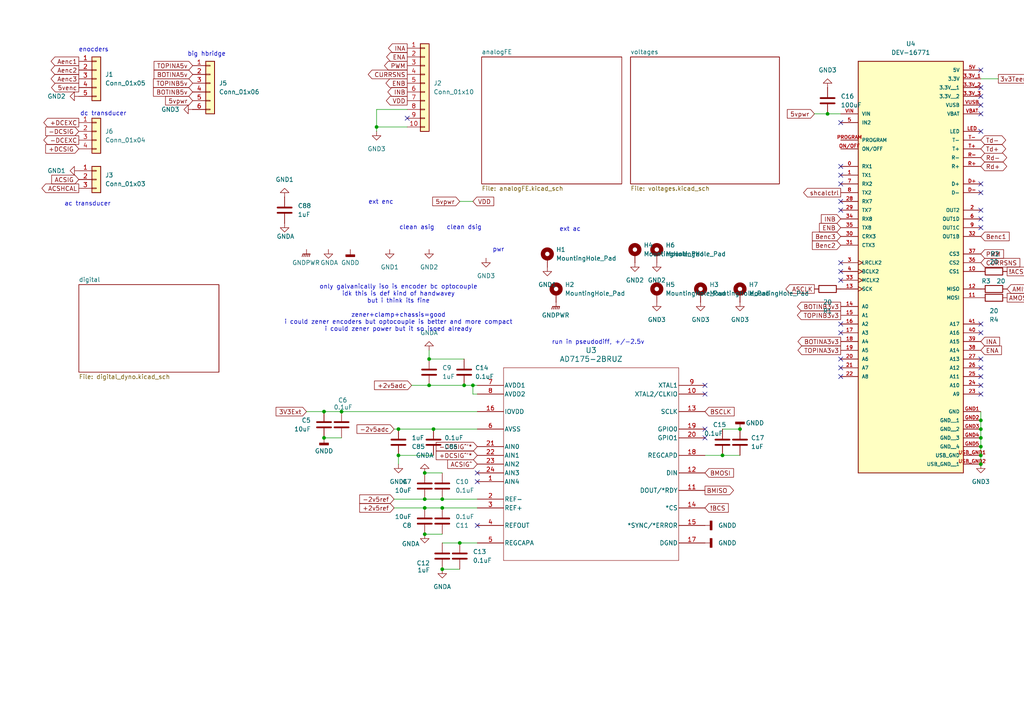
<source format=kicad_sch>
(kicad_sch (version 20231120) (generator "eeschema") (generator_version "8.0")
  (paper "A4")
  (lib_symbols
    (symbol "C_2" (pin_numbers hide) (pin_names (offset 0.254))
      (property "Reference" "C" (at 0.635 2.54 0))
      (property "Value" "C" (at 0.635 -2.54 0))
      (symbol "C_2_0_1"
        (polyline (pts (xy -2.032 -0.762) (xy 2.032 -0.762)) (stroke (width 0.508)))
        (polyline (pts (xy -2.032 0.762) (xy 2.032 0.762)) (stroke (width 0.508)))
      )
      (symbol "C_2_1_1"
        (pin passive line (at 0 3.81 270) (length 2.794) (name "~") (number "1"))
        (pin passive line (at 0 -3.81 90) (length 2.794) (name "~") (number "2"))
      )
    )
    (symbol "Connector_Generic:Conn_01x03" (pin_names (offset 1.016) hide)
      (property "Reference" "J" (at 0 5.08 0))
      (property "Value" "Conn_01x03" (at 0 -5.08 0))
      (symbol "Conn_01x03_1_1"
        (rectangle (start -1.27 -2.413) (end 0 -2.667) (stroke (width 0.1524)))
        (rectangle (start -1.27 0.127) (end 0 -0.127) (stroke (width 0.1524)))
        (rectangle (start -1.27 2.667) (end 0 2.413) (stroke (width 0.1524)))
        (rectangle (start -1.27 3.81) (end 1.27 -3.81) (stroke (width 0.254)) (fill (type background)))
        (pin passive line (at -5.08 2.54 0) (length 3.81) (name "Pin_1") (number "1"))
        (pin passive line (at -5.08 0 0) (length 3.81) (name "Pin_2") (number "2"))
        (pin passive line (at -5.08 -2.54 0) (length 3.81) (name "Pin_3") (number "3"))
      )
    )
    (symbol "Connector_Generic:Conn_01x04" (pin_names (offset 1.016) hide)
      (property "Reference" "J" (at 0 5.08 0))
      (property "Value" "Conn_01x04" (at 0 -7.62 0))
      (symbol "Conn_01x04_1_1"
        (rectangle (start -1.27 -4.953) (end 0 -5.207) (stroke (width 0.1524)))
        (rectangle (start -1.27 -2.413) (end 0 -2.667) (stroke (width 0.1524)))
        (rectangle (start -1.27 0.127) (end 0 -0.127) (stroke (width 0.1524)))
        (rectangle (start -1.27 2.667) (end 0 2.413) (stroke (width 0.1524)))
        (rectangle (start -1.27 3.81) (end 1.27 -6.35) (stroke (width 0.254)) (fill (type background)))
        (pin passive line (at -5.08 2.54 0) (length 3.81) (name "Pin_1") (number "1"))
        (pin passive line (at -5.08 0 0) (length 3.81) (name "Pin_2") (number "2"))
        (pin passive line (at -5.08 -2.54 0) (length 3.81) (name "Pin_3") (number "3"))
        (pin passive line (at -5.08 -5.08 0) (length 3.81) (name "Pin_4") (number "4"))
      )
    )
    (symbol "Connector_Generic:Conn_01x05" (pin_names (offset 1.016) hide)
      (property "Reference" "J" (at 0 7.62 0))
      (property "Value" "Conn_01x05" (at 0 -7.62 0))
      (symbol "Conn_01x05_1_1"
        (rectangle (start -1.27 -4.953) (end 0 -5.207) (stroke (width 0.1524)))
        (rectangle (start -1.27 -2.413) (end 0 -2.667) (stroke (width 0.1524)))
        (rectangle (start -1.27 0.127) (end 0 -0.127) (stroke (width 0.1524)))
        (rectangle (start -1.27 2.667) (end 0 2.413) (stroke (width 0.1524)))
        (rectangle (start -1.27 5.207) (end 0 4.953) (stroke (width 0.1524)))
        (rectangle (start -1.27 6.35) (end 1.27 -6.35) (stroke (width 0.254)) (fill (type background)))
        (pin passive line (at -5.08 5.08 0) (length 3.81) (name "Pin_1") (number "1"))
        (pin passive line (at -5.08 2.54 0) (length 3.81) (name "Pin_2") (number "2"))
        (pin passive line (at -5.08 0 0) (length 3.81) (name "Pin_3") (number "3"))
        (pin passive line (at -5.08 -2.54 0) (length 3.81) (name "Pin_4") (number "4"))
        (pin passive line (at -5.08 -5.08 0) (length 3.81) (name "Pin_5") (number "5"))
      )
    )
    (symbol "Connector_Generic:Conn_01x06" (pin_names (offset 1.016) hide)
      (property "Reference" "J" (at 0 7.62 0))
      (property "Value" "Conn_01x06" (at 0 -10.16 0))
      (symbol "Conn_01x06_1_1"
        (rectangle (start -1.27 -7.493) (end 0 -7.747) (stroke (width 0.1524)))
        (rectangle (start -1.27 -4.953) (end 0 -5.207) (stroke (width 0.1524)))
        (rectangle (start -1.27 -2.413) (end 0 -2.667) (stroke (width 0.1524)))
        (rectangle (start -1.27 0.127) (end 0 -0.127) (stroke (width 0.1524)))
        (rectangle (start -1.27 2.667) (end 0 2.413) (stroke (width 0.1524)))
        (rectangle (start -1.27 5.207) (end 0 4.953) (stroke (width 0.1524)))
        (rectangle (start -1.27 6.35) (end 1.27 -8.89) (stroke (width 0.254)) (fill (type background)))
        (pin passive line (at -5.08 5.08 0) (length 3.81) (name "Pin_1") (number "1"))
        (pin passive line (at -5.08 2.54 0) (length 3.81) (name "Pin_2") (number "2"))
        (pin passive line (at -5.08 0 0) (length 3.81) (name "Pin_3") (number "3"))
        (pin passive line (at -5.08 -2.54 0) (length 3.81) (name "Pin_4") (number "4"))
        (pin passive line (at -5.08 -5.08 0) (length 3.81) (name "Pin_5") (number "5"))
        (pin passive line (at -5.08 -7.62 0) (length 3.81) (name "Pin_6") (number "6"))
      )
    )
    (symbol "Connector_Generic:Conn_01x10" (pin_names (offset 1.016) hide)
      (property "Reference" "J" (at 0 12.7 0))
      (property "Value" "Conn_01x10" (at 0 -15.24 0))
      (symbol "Conn_01x10_1_1"
        (rectangle (start -1.27 -12.573) (end 0 -12.827) (stroke (width 0.1524)))
        (rectangle (start -1.27 -10.033) (end 0 -10.287) (stroke (width 0.1524)))
        (rectangle (start -1.27 -7.493) (end 0 -7.747) (stroke (width 0.1524)))
        (rectangle (start -1.27 -4.953) (end 0 -5.207) (stroke (width 0.1524)))
        (rectangle (start -1.27 -2.413) (end 0 -2.667) (stroke (width 0.1524)))
        (rectangle (start -1.27 0.127) (end 0 -0.127) (stroke (width 0.1524)))
        (rectangle (start -1.27 2.667) (end 0 2.413) (stroke (width 0.1524)))
        (rectangle (start -1.27 5.207) (end 0 4.953) (stroke (width 0.1524)))
        (rectangle (start -1.27 7.747) (end 0 7.493) (stroke (width 0.1524)))
        (rectangle (start -1.27 10.287) (end 0 10.033) (stroke (width 0.1524)))
        (rectangle (start -1.27 11.43) (end 1.27 -13.97) (stroke (width 0.254)) (fill (type background)))
        (pin passive line (at -5.08 10.16 0) (length 3.81) (name "Pin_1") (number "1"))
        (pin passive line (at -5.08 -12.7 0) (length 3.81) (name "Pin_10") (number "10"))
        (pin passive line (at -5.08 7.62 0) (length 3.81) (name "Pin_2") (number "2"))
        (pin passive line (at -5.08 5.08 0) (length 3.81) (name "Pin_3") (number "3"))
        (pin passive line (at -5.08 2.54 0) (length 3.81) (name "Pin_4") (number "4"))
        (pin passive line (at -5.08 0 0) (length 3.81) (name "Pin_5") (number "5"))
        (pin passive line (at -5.08 -2.54 0) (length 3.81) (name "Pin_6") (number "6"))
        (pin passive line (at -5.08 -5.08 0) (length 3.81) (name "Pin_7") (number "7"))
        (pin passive line (at -5.08 -7.62 0) (length 3.81) (name "Pin_8") (number "8"))
        (pin passive line (at -5.08 -10.16 0) (length 3.81) (name "Pin_9") (number "9"))
      )
    )
    (symbol "Device:C" (pin_numbers hide) (pin_names (offset 0.254))
      (property "Reference" "C" (at 0.635 2.54 0))
      (property "Value" "C" (at 0.635 -2.54 0))
      (symbol "C_0_1"
        (polyline (pts (xy -2.032 -0.762) (xy 2.032 -0.762)) (stroke (width 0.508)))
        (polyline (pts (xy -2.032 0.762) (xy 2.032 0.762)) (stroke (width 0.508)))
      )
      (symbol "C_1_1"
        (pin passive line (at 0 3.81 270) (length 2.794) (name "~") (number "1"))
        (pin passive line (at 0 -3.81 90) (length 2.794) (name "~") (number "2"))
      )
    )
    (symbol "Device:R" (pin_numbers hide) (pin_names (offset 0))
      (property "Reference" "R" (at 2.032 0 90))
      (property "Value" "R" (at 0 0 90))
      (symbol "R_0_1"
        (rectangle (start -1.016 -2.54) (end 1.016 2.54) (stroke (width 0.254)))
      )
      (symbol "R_1_1"
        (pin passive line (at 0 3.81 270) (length 1.27) (name "~") (number "1"))
        (pin passive line (at 0 -3.81 90) (length 1.27) (name "~") (number "2"))
      )
    )
    (symbol "GNDA_1" (power) (pin_numbers hide) (pin_names (offset 0) hide)
      (property "Value" "GNDA" (at 0 -3.81 0))
      (symbol "GNDA_1_0_1"
        (polyline (pts (xy 0 0) (xy 0 -1.27) (xy 1.27 -1.27) (xy 0 -2.54) (xy -1.27 -1.27) (xy 0 -1.27)))
      )
      (symbol "GNDA_1_1_1"
        (pin power_in line (at 0 0 270) (length 0) (name "~") (number "1"))
      )
    )
    (symbol "GNDD_1" (power) (pin_numbers hide) (pin_names (offset 0) hide)
      (property "Value" "GNDD" (at 0 -3.175 0))
      (symbol "GNDD_1_0_1"
        (rectangle (start -1.27 -1.524) (end 1.27 -2.032) (stroke (width 0.254)) (fill (type outline)))
        (polyline (pts (xy 0 0) (xy 0 -1.524)))
      )
      (symbol "GNDD_1_1_1"
        (pin power_in line (at 0 0 270) (length 0) (name "~") (number "1"))
      )
    )
    (symbol "Mechanical:MountingHole_Pad" (pin_numbers hide) (pin_names (offset 1.016) hide) (exclude_from_sim yes) (in_bom no)
      (property "Reference" "H" (at 0 6.35 0))
      (property "Value" "MountingHole_Pad" (at 0 4.445 0))
      (symbol "MountingHole_Pad_0_1"
        (circle (center 0 1.27) (radius 1.27) (stroke (width 1.27)))
      )
      (symbol "MountingHole_Pad_1_1"
        (pin input line (at 0 -2.54 90) (length 2.54) (name "1") (number "1"))
      )
    )
    (symbol "dyno_inst_sym:AD7175-2BRUZ" (pin_names (offset 0.254))
      (property "Reference" "U" (at 33.02 10.16 0))
      (property "Value" "AD7175-2BRUZ" (at 33.02 7.62 0))
      (symbol "AD7175-2BRUZ_0_1"
        (polyline (pts (xy 7.62 -50.8) (xy 58.42 -50.8)) (stroke (width 0.127)))
        (polyline (pts (xy 7.62 5.08) (xy 7.62 -50.8)) (stroke (width 0.127)))
        (polyline (pts (xy 58.42 -50.8) (xy 58.42 5.08)) (stroke (width 0.127)))
        (polyline (pts (xy 58.42 5.08) (xy 7.62 5.08)) (stroke (width 0.127)))
        (pin unspecified line (at 0 -27.94 0) (length 7.62) (name "AIN4") (number "1"))
        (pin unspecified line (at 66.04 -2.54 180) (length 7.62) (name "XTAL2/CLKIO") (number "10"))
        (pin unspecified line (at 66.04 -30.48 180) (length 7.62) (name "DOUT/*RDY") (number "11"))
        (pin unspecified line (at 66.04 -25.4 180) (length 7.62) (name "DIN") (number "12"))
        (pin unspecified line (at 66.04 -7.62 180) (length 7.62) (name "SCLK") (number "13"))
        (pin unspecified line (at 66.04 -35.56 180) (length 7.62) (name "*CS") (number "14"))
        (pin unspecified line (at 66.04 -40.64 180) (length 7.62) (name "*SYNC/*ERROR") (number "15"))
        (pin unspecified line (at 0 -7.62 0) (length 7.62) (name "IOVDD") (number "16"))
        (pin unspecified line (at 66.04 -45.72 180) (length 7.62) (name "DGND") (number "17"))
        (pin unspecified line (at 66.04 -20.32 180) (length 7.62) (name "REGCAPD") (number "18"))
        (pin unspecified line (at 66.04 -12.7 180) (length 7.62) (name "GPIO0") (number "19"))
        (pin unspecified line (at 0 -33.02 0) (length 7.62) (name "REF-") (number "2"))
        (pin unspecified line (at 66.04 -15.24 180) (length 7.62) (name "GPIO1") (number "20"))
        (pin unspecified line (at 0 -17.78 0) (length 7.62) (name "AIN0") (number "21"))
        (pin unspecified line (at 0 -20.32 0) (length 7.62) (name "AIN1") (number "22"))
        (pin unspecified line (at 0 -22.86 0) (length 7.62) (name "AIN2") (number "23"))
        (pin unspecified line (at 0 -25.4 0) (length 7.62) (name "AIN3") (number "24"))
        (pin unspecified line (at 0 -35.56 0) (length 7.62) (name "REF+") (number "3"))
        (pin unspecified line (at 0 -40.64 0) (length 7.62) (name "REFOUT") (number "4"))
        (pin unspecified line (at 0 -45.72 0) (length 7.62) (name "REGCAPA") (number "5"))
        (pin unspecified line (at 0 -12.7 0) (length 7.62) (name "AVSS") (number "6"))
        (pin unspecified line (at 0 0 0) (length 7.62) (name "AVDD1") (number "7"))
        (pin unspecified line (at 0 -2.54 0) (length 7.62) (name "AVDD2") (number "8"))
        (pin unspecified line (at 66.04 0 180) (length 7.62) (name "XTAL1") (number "9"))
      )
    )
    (symbol "dyno_inst_sym:DEV-16771" (pin_names (offset 1.016))
      (property "Reference" "U5" (at 0 55.245 0))
      (property "Value" "DEV-16771" (at 0 52.705 0))
      (symbol "DEV-16771_0_0"
        (rectangle (start -15.24 -68.58) (end 15.24 50.8) (stroke (width 0.254)) (fill (type background)))
        (pin bidirectional line (at -20.32 20.32 0) (length 5.08) (name "RX1") (number "0"))
        (pin bidirectional line (at -20.32 17.78 0) (length 5.08) (name "TX1") (number "1"))
        (pin bidirectional line (at 20.32 -10.16 180) (length 5.08) (name "CS1") (number "10"))
        (pin bidirectional line (at 20.32 -17.78 180) (length 5.08) (name "MOSI") (number "11"))
        (pin bidirectional line (at 20.32 -15.24 180) (length 5.08) (name "MISO") (number "12"))
        (pin bidirectional clock (at -20.32 -15.24 0) (length 5.08) (name "SCK") (number "13"))
        (pin bidirectional line (at -20.32 -20.32 0) (length 5.08) (name "A0") (number "14"))
        (pin bidirectional line (at -20.32 -22.86 0) (length 5.08) (name "A1") (number "15"))
        (pin bidirectional line (at -20.32 -25.4 0) (length 5.08) (name "A2") (number "16"))
        (pin bidirectional line (at -20.32 -27.94 0) (length 5.08) (name "A3") (number "17"))
        (pin bidirectional line (at -20.32 -30.48 0) (length 5.08) (name "A4") (number "18"))
        (pin bidirectional line (at -20.32 -33.02 0) (length 5.08) (name "A5") (number "19"))
        (pin output line (at 20.32 7.62 180) (length 5.08) (name "OUT2") (number "2"))
        (pin bidirectional line (at -20.32 -35.56 0) (length 5.08) (name "A6") (number "20"))
        (pin bidirectional line (at -20.32 -38.1 0) (length 5.08) (name "A7") (number "21"))
        (pin bidirectional line (at -20.32 -40.64 0) (length 5.08) (name "A8") (number "22"))
        (pin bidirectional line (at 20.32 -45.72 180) (length 5.08) (name "A9") (number "23"))
        (pin bidirectional line (at 20.32 -43.18 180) (length 5.08) (name "A10") (number "24"))
        (pin bidirectional line (at 20.32 -40.64 180) (length 5.08) (name "A11") (number "25"))
        (pin bidirectional line (at 20.32 -38.1 180) (length 5.08) (name "A12") (number "26"))
        (pin bidirectional line (at 20.32 -35.56 180) (length 5.08) (name "A13") (number "27"))
        (pin bidirectional line (at -20.32 10.16 0) (length 5.08) (name "RX7") (number "28"))
        (pin bidirectional line (at -20.32 7.62 0) (length 5.08) (name "TX7") (number "29"))
        (pin bidirectional clock (at -20.32 -7.62 0) (length 5.08) (name "LRCLK2") (number "3"))
        (pin power_in line (at 20.32 45.72 180) (length 5.08) (name "3.3V") (number "3.3V_1"))
        (pin power_in line (at 20.32 43.18 180) (length 5.08) (name "3.3V__1") (number "3.3V_2"))
        (pin power_in line (at 20.32 40.64 180) (length 5.08) (name "3.3V__2") (number "3.3V_3"))
        (pin bidirectional line (at -20.32 0 0) (length 5.08) (name "CRX3") (number "30"))
        (pin bidirectional line (at -20.32 -2.54 0) (length 5.08) (name "CTX3") (number "31"))
        (pin output line (at 20.32 0 180) (length 5.08) (name "OUT1B") (number "32"))
        (pin bidirectional clock (at -20.32 -12.7 0) (length 5.08) (name "MCLK2") (number "33"))
        (pin bidirectional line (at -20.32 5.08 0) (length 5.08) (name "RX8") (number "34"))
        (pin bidirectional line (at -20.32 2.54 0) (length 5.08) (name "TX8") (number "35"))
        (pin bidirectional line (at 20.32 -7.62 180) (length 5.08) (name "CS2") (number "36"))
        (pin bidirectional line (at 20.32 -5.08 180) (length 5.08) (name "CS3") (number "37"))
        (pin bidirectional line (at 20.32 -33.02 180) (length 5.08) (name "A14") (number "38"))
        (pin bidirectional line (at 20.32 -30.48 180) (length 5.08) (name "A15") (number "39"))
        (pin bidirectional clock (at -20.32 -10.16 0) (length 5.08) (name "BCLK2") (number "4"))
        (pin bidirectional line (at 20.32 -27.94 180) (length 5.08) (name "A16") (number "40"))
        (pin bidirectional line (at 20.32 -25.4 180) (length 5.08) (name "A17") (number "41"))
        (pin bidirectional line (at -20.32 33.02 0) (length 5.08) (name "IN2") (number "5"))
        (pin power_in line (at 20.32 48.26 180) (length 5.08) (name "5V") (number "5V"))
        (pin output line (at 20.32 5.08 180) (length 5.08) (name "OUT1D") (number "6"))
        (pin bidirectional line (at -20.32 15.24 0) (length 5.08) (name "RX2") (number "7"))
        (pin bidirectional line (at -20.32 12.7 0) (length 5.08) (name "TX2") (number "8"))
        (pin output line (at 20.32 2.54 180) (length 5.08) (name "OUT1C") (number "9"))
        (pin bidirectional line (at 20.32 15.24 180) (length 5.08) (name "D+") (number "D+"))
        (pin bidirectional line (at 20.32 12.7 180) (length 5.08) (name "D-") (number "D-"))
        (pin power_in line (at 20.32 -50.8 180) (length 5.08) (name "GND") (number "GND1"))
        (pin power_in line (at 20.32 -53.34 180) (length 5.08) (name "GND__1") (number "GND2"))
        (pin power_in line (at 20.32 -55.88 180) (length 5.08) (name "GND__2") (number "GND3"))
        (pin power_in line (at 20.32 -58.42 180) (length 5.08) (name "GND__3") (number "GND4"))
        (pin power_in line (at 20.32 -60.96 180) (length 5.08) (name "GND__4") (number "GND5"))
        (pin bidirectional line (at 20.32 30.48 180) (length 5.08) (name "LED") (number "LED"))
        (pin bidirectional line (at -20.32 25.4 0) (length 5.08) (name "ON/OFF") (number "ON/OFF"))
        (pin bidirectional line (at -20.32 27.94 0) (length 5.08) (name "PROGRAM") (number "PROGRAM"))
        (pin bidirectional line (at 20.32 20.32 180) (length 5.08) (name "R+") (number "R+"))
        (pin bidirectional line (at 20.32 22.86 180) (length 5.08) (name "R-") (number "R-"))
        (pin bidirectional line (at 20.32 25.4 180) (length 5.08) (name "T+") (number "T+"))
        (pin bidirectional line (at 20.32 27.94 180) (length 5.08) (name "T-") (number "T-"))
        (pin power_in line (at 20.32 -63.5 180) (length 5.08) (name "USB_GND") (number "USB_GND1"))
        (pin power_in line (at 20.32 -66.04 180) (length 5.08) (name "USB_GND__1") (number "USB_GND2"))
        (pin passive line (at 20.32 35.56 180) (length 5.08) (name "VBAT") (number "VBAT"))
        (pin input line (at -20.32 35.56 0) (length 5.08) (name "VIN") (number "VIN"))
        (pin passive line (at 20.32 38.1 180) (length 5.08) (name "VUSB") (number "VUSB"))
      )
    )
    (symbol "power:GND1" (power) (pin_numbers hide) (pin_names (offset 0) hide)
      (property "Value" "GND1" (at 0 -3.81 0))
      (symbol "GND1_0_1"
        (polyline (pts (xy 0 0) (xy 0 -1.27) (xy 1.27 -1.27) (xy 0 -2.54) (xy -1.27 -1.27) (xy 0 -1.27)))
      )
      (symbol "GND1_1_1"
        (pin power_in line (at 0 0 270) (length 0) (name "~") (number "1"))
      )
    )
    (symbol "power:GND2" (power) (pin_numbers hide) (pin_names (offset 0) hide)
      (property "Value" "GND2" (at 0 -3.81 0))
      (symbol "GND2_0_1"
        (polyline (pts (xy 0 0) (xy 0 -1.27) (xy 1.27 -1.27) (xy 0 -2.54) (xy -1.27 -1.27) (xy 0 -1.27)))
      )
      (symbol "GND2_1_1"
        (pin power_in line (at 0 0 270) (length 0) (name "~") (number "1"))
      )
    )
    (symbol "power:GND3" (power) (pin_numbers hide) (pin_names (offset 0) hide)
      (property "Value" "GND3" (at 0 -3.81 0))
      (symbol "GND3_0_1"
        (polyline (pts (xy 0 0) (xy 0 -1.27) (xy 1.27 -1.27) (xy 0 -2.54) (xy -1.27 -1.27) (xy 0 -1.27)))
      )
      (symbol "GND3_1_1"
        (pin power_in line (at 0 0 270) (length 0) (name "~") (number "1"))
      )
    )
    (symbol "power:GNDA" (power) (pin_names (offset 0))
      (property "Value" "GNDA" (at 0 -3.81 0))
      (symbol "GNDA_0_1"
        (polyline (pts (xy 0 0) (xy 0 -1.27) (xy 1.27 -1.27) (xy 0 -2.54) (xy -1.27 -1.27) (xy 0 -1.27)))
      )
      (symbol "GNDA_1_1"
        (pin power_in line (at 0 0 270) (length 0) hide (name "GNDA") (number "1"))
      )
    )
    (symbol "power:GNDD" (power) (pin_names (offset 0))
      (property "Value" "GNDD" (at 0 -3.175 0))
      (symbol "GNDD_0_1"
        (rectangle (start -1.27 -1.524) (end 1.27 -2.032) (stroke (width 0.254)) (fill (type outline)))
        (polyline (pts (xy 0 0) (xy 0 -1.524)))
      )
      (symbol "GNDD_1_1"
        (pin power_in line (at 0 0 270) (length 0) hide (name "GNDD") (number "1"))
      )
    )
    (symbol "power:GNDPWR" (power) (pin_numbers hide) (pin_names (offset 0) hide)
      (property "Value" "GNDPWR" (at 0 -3.302 0))
      (symbol "GNDPWR_0_1"
        (polyline (pts (xy 0 -1.27) (xy 0 0)))
        (polyline (pts (xy -1.016 -1.27) (xy -1.27 -2.032) (xy -1.27 -2.032)) (stroke (width 0.2032)))
        (polyline (pts (xy -0.508 -1.27) (xy -0.762 -2.032) (xy -0.762 -2.032)) (stroke (width 0.2032)))
        (polyline (pts (xy 0 -1.27) (xy -0.254 -2.032) (xy -0.254 -2.032)) (stroke (width 0.2032)))
        (polyline (pts (xy 0.508 -1.27) (xy 0.254 -2.032) (xy 0.254 -2.032)) (stroke (width 0.2032)))
        (polyline (pts (xy 1.016 -1.27) (xy -1.016 -1.27) (xy -1.016 -1.27)) (stroke (width 0.2032)))
        (polyline (pts (xy 1.016 -1.27) (xy 0.762 -2.032) (xy 0.762 -2.032) (xy 0.762 -2.032)) (stroke (width 0.2032)))
      )
      (symbol "GNDPWR_1_1"
        (pin power_in line (at 0 0 270) (length 0) (name "~") (number "1"))
      )
    )
  )
  (junction (at 137.16 111.76))
  (junction (at 128.27 147.32))
  (junction (at 284.48 134.62))
  (junction (at 124.46 104.14))
  (junction (at 209.55 132.08))
  (junction (at 284.48 121.92))
  (junction (at 123.19 154.94))
  (junction (at 93.98 119.38))
  (junction (at 115.57 124.46))
  (junction (at 115.57 132.08))
  (junction (at 284.48 124.46))
  (junction (at 128.27 144.78))
  (junction (at 134.62 111.76))
  (junction (at 133.35 157.48))
  (junction (at 99.06 119.38))
  (junction (at 125.73 124.46))
  (junction (at 93.98 127))
  (junction (at 123.19 137.16))
  (junction (at 109.22 36.83))
  (junction (at 124.46 111.76))
  (junction (at 123.19 147.32))
  (junction (at 284.48 132.08))
  (junction (at 284.48 129.54))
  (junction (at 284.48 127))
  (junction (at 123.19 144.78))
  (junction (at 240.03 33.02))
  (junction (at 128.27 165.1))
  (junction (at 214.63 124.46))
  (no_connect (at 284.48 114.3))
  (no_connect (at 243.84 48.26))
  (no_connect (at 243.84 53.34))
  (no_connect (at 243.84 81.28))
  (no_connect (at 243.84 58.42))
  (no_connect (at 284.48 96.52))
  (no_connect (at 204.47 111.76))
  (no_connect (at 284.48 27.94))
  (no_connect (at 284.48 109.22))
  (no_connect (at 243.84 109.22))
  (no_connect (at 284.48 33.02))
  (no_connect (at 138.43 152.4))
  (no_connect (at 118.11 34.29))
  (no_connect (at 284.48 30.48))
  (no_connect (at 284.48 53.34))
  (no_connect (at 284.48 38.1))
  (no_connect (at 204.47 127))
  (no_connect (at 138.43 137.16))
  (no_connect (at 204.47 114.3))
  (no_connect (at 243.84 106.68))
  (no_connect (at 284.48 93.98))
  (no_connect (at 284.48 55.88))
  (no_connect (at 138.43 139.7))
  (no_connect (at 243.84 76.2))
  (no_connect (at 284.48 106.68))
  (no_connect (at 204.47 124.46))
  (no_connect (at 243.84 78.74))
  (no_connect (at 243.84 96.52))
  (no_connect (at 284.48 60.96))
  (no_connect (at 284.48 66.04))
  (no_connect (at 243.84 60.96))
  (no_connect (at 243.84 93.98))
  (no_connect (at 284.48 111.76))
  (no_connect (at 284.48 63.5))
  (no_connect (at 284.48 104.14))
  (no_connect (at 284.48 25.4))
  (no_connect (at 243.84 104.14))
  (no_connect (at 243.84 35.56))
  (no_connect (at 284.48 20.32))
  (no_connect (at 243.84 50.8))
  (wire (pts (xy 125.73 124.46) (xy 138.43 124.46)))
  (wire (pts (xy 138.43 114.3) (xy 137.16 114.3)))
  (wire (pts (xy 204.47 132.08) (xy 209.55 132.08)))
  (wire (pts (xy 124.46 101.6) (xy 124.46 104.14)))
  (wire (pts (xy 284.48 129.54) (xy 284.48 132.08)))
  (wire (pts (xy 99.06 119.38) (xy 138.43 119.38)))
  (wire (pts (xy 123.19 137.16) (xy 128.27 137.16)))
  (wire (pts (xy 109.22 36.83) (xy 109.22 38.1)))
  (wire (pts (xy 209.55 132.08) (xy 214.63 132.08)))
  (wire (pts (xy 123.19 147.32) (xy 128.27 147.32)))
  (wire (pts (xy 284.48 121.92) (xy 284.48 124.46)))
  (wire (pts (xy 124.46 111.76) (xy 134.62 111.76)))
  (wire (pts (xy 133.35 157.48) (xy 138.43 157.48)))
  (wire (pts (xy 209.55 124.46) (xy 214.63 124.46)))
  (wire (pts (xy 128.27 157.48) (xy 133.35 157.48)))
  (wire (pts (xy 289.56 22.86) (xy 284.48 22.86)))
  (wire (pts (xy 88.9 119.38) (xy 93.98 119.38)))
  (wire (pts (xy 115.57 134.62) (xy 115.57 132.08)))
  (wire (pts (xy 137.16 58.42) (xy 133.35 58.42)))
  (wire (pts (xy 119.38 111.76) (xy 124.46 111.76)))
  (wire (pts (xy 114.3 144.78) (xy 123.19 144.78)))
  (wire (pts (xy 284.48 127) (xy 284.48 129.54)))
  (wire (pts (xy 284.48 132.08) (xy 284.48 134.62)))
  (wire (pts (xy 128.27 144.78) (xy 138.43 144.78)))
  (wire (pts (xy 115.57 132.08) (xy 125.73 132.08)))
  (wire (pts (xy 114.3 124.46) (xy 115.57 124.46)))
  (wire (pts (xy 284.48 119.38) (xy 284.48 121.92)))
  (wire (pts (xy 284.48 124.46) (xy 284.48 127)))
  (wire (pts (xy 93.98 127) (xy 99.06 127)))
  (wire (pts (xy 137.16 114.3) (xy 137.16 111.76)))
  (wire (pts (xy 118.11 31.75) (xy 109.22 31.75)))
  (wire (pts (xy 118.11 36.83) (xy 109.22 36.83)))
  (wire (pts (xy 123.19 154.94) (xy 128.27 154.94)))
  (wire (pts (xy 128.27 147.32) (xy 138.43 147.32)))
  (wire (pts (xy 240.03 33.02) (xy 243.84 33.02)))
  (wire (pts (xy 114.3 147.32) (xy 123.19 147.32)))
  (wire (pts (xy 115.57 124.46) (xy 125.73 124.46)))
  (wire (pts (xy 236.22 33.02) (xy 240.03 33.02)))
  (wire (pts (xy 109.22 31.75) (xy 109.22 36.83)))
  (wire (pts (xy 128.27 165.1) (xy 133.35 165.1)))
  (wire (pts (xy 93.98 119.38) (xy 99.06 119.38)))
  (wire (pts (xy 134.62 111.76) (xy 137.16 111.76)))
  (wire (pts (xy 123.19 144.78) (xy 128.27 144.78)))
  (wire (pts (xy 124.46 104.14) (xy 134.62 104.14)))
  (wire (pts (xy 137.16 111.76) (xy 138.43 111.76)))
  (text "dc transducer\n" (at 29.972 33.02 0) (effects (font (size 1.27 1.27))))
  (text "clean dsig" (at 134.62 66.04 0) (effects (font (size 1.27 1.27))))
  (text "big hbridge" (at 59.944 15.748 0) (effects (font (size 1.27 1.27))))
  (text "pwr" (at 144.5731 72.4792 0) (effects (font (size 1.27 1.27))))
  (text "ext enc" (at 110.49 58.674 0) (effects (font (size 1.27 1.27))))
  (text "only galvanically iso is encoder bc optocouple\nidk this is def kind of handwavey\nbut i think its fine\n\nzener+clamp+chassis=good\ni could zener encoders but optocouple is better and more compact\ni could zener power but it so isoed already" (at 115.57 89.408 0) (effects (font (size 1.27 1.27))))
  (text "run in pseudodiff, +/-2.5v" (at 173.482 99.314 0) (effects (font (size 1.27 1.27))))
  (text "ext ac" (at 165.354 66.548 0) (effects (font (size 1.27 1.27))))
  (text "clean asig" (at 120.904 66.04 0) (effects (font (size 1.27 1.27))))
  (text "enocders" (at 27.178 14.478 0) (effects (font (size 1.27 1.27))))
  (text "ac transducer" (at 25.4 59.182 0) (effects (font (size 1.27 1.27))))
  (global_label "5vpwr" (shape input) (at 133.35 58.42 180) (property "Intersheetrefs" "${INTERSHEET_REFS}" (effects (hide yes))))
  (global_label "PWM" (shape input) (at 284.48 73.66 0) (property "Intersheetrefs" "${INTERSHEET_REFS}" (effects (hide yes))))
  (global_label "+2v5adc" (shape input) (at 119.38 111.76 180) (property "Intersheetrefs" "${INTERSHEET_REFS}" (effects (hide yes))))
  (global_label "Benc3" (shape input) (at 243.84 68.58 180) (property "Intersheetrefs" "${INTERSHEET_REFS}" (effects (hide yes))))
  (global_label "BOTINB5v" (shape input) (at 55.88 26.67 180) (property "Intersheetrefs" "${INTERSHEET_REFS}" (effects (hide yes))))
  (global_label "INB" (shape input) (at 243.84 63.5 180) (property "Intersheetrefs" "${INTERSHEET_REFS}" (effects (hide yes))))
  (global_label "Td-" (shape bidirectional) (at 284.48 40.64 0) (property "Intersheetrefs" "${INTERSHEET_REFS}" (effects (hide yes))))
  (global_label "CURRSNS" (shape output) (at 118.11 21.59 180) (property "Intersheetrefs" "${INTERSHEET_REFS}" (effects (hide yes))))
  (global_label "-2v5adc" (shape input) (at 114.3 124.46 180) (property "Intersheetrefs" "${INTERSHEET_REFS}" (effects (hide yes))))
  (global_label "TOPINA5v" (shape input) (at 55.88 19.05 180) (property "Intersheetrefs" "${INTERSHEET_REFS}" (effects (hide yes))))
  (global_label "AMOSI" (shape output) (at 292.1 86.36 0) (property "Intersheetrefs" "${INTERSHEET_REFS}" (effects (hide yes))))
  (global_label "3V3Ext" (shape input) (at 88.9 119.38 180) (property "Intersheetrefs" "${INTERSHEET_REFS}" (effects (hide yes))))
  (global_label "+DCSIG^'*" (shape input) (at 138.43 132.08 180) (property "Intersheetrefs" "${INTERSHEET_REFS}" (effects (hide yes))))
  (global_label "+2v5ref" (shape input) (at 114.3 147.32 180) (property "Intersheetrefs" "${INTERSHEET_REFS}" (effects (hide yes))))
  (global_label "!ACS" (shape output) (at 292.1 78.74 0) (property "Intersheetrefs" "${INTERSHEET_REFS}" (effects (hide yes))))
  (global_label "!BCS" (shape input) (at 204.47 147.32 0) (property "Intersheetrefs" "${INTERSHEET_REFS}" (effects (hide yes))))
  (global_label "ENA" (shape output) (at 118.11 16.51 180) (property "Intersheetrefs" "${INTERSHEET_REFS}" (effects (hide yes))))
  (global_label "ACSIG" (shape input) (at 22.86 52.07 180) (property "Intersheetrefs" "${INTERSHEET_REFS}" (effects (hide yes))))
  (global_label "Benc1" (shape input) (at 284.48 68.58 0) (property "Intersheetrefs" "${INTERSHEET_REFS}" (effects (hide yes))))
  (global_label "Aenc2" (shape output) (at 22.86 20.32 180) (property "Intersheetrefs" "${INTERSHEET_REFS}" (effects (hide yes))))
  (global_label "VDD" (shape input) (at 137.16 58.42 0) (property "Intersheetrefs" "${INTERSHEET_REFS}" (effects (hide yes))))
  (global_label "3v3Teensy" (shape output) (at 289.56 22.86 0) (property "Intersheetrefs" "${INTERSHEET_REFS}" (effects (hide yes))))
  (global_label "5venc" (shape output) (at 22.86 25.4 180) (property "Intersheetrefs" "${INTERSHEET_REFS}" (effects (hide yes))))
  (global_label "TOPINA3v3" (shape output) (at 243.84 101.6 180) (property "Intersheetrefs" "${INTERSHEET_REFS}" (effects (hide yes))))
  (global_label "5vpwr" (shape input) (at 236.22 33.02 180) (property "Intersheetrefs" "${INTERSHEET_REFS}" (effects (hide yes))))
  (global_label "Rd-" (shape bidirectional) (at 284.48 45.72 0) (property "Intersheetrefs" "${INTERSHEET_REFS}" (effects (hide yes))))
  (global_label "BMOSI" (shape input) (at 204.47 137.16 0) (property "Intersheetrefs" "${INTERSHEET_REFS}" (effects (hide yes))))
  (global_label "TOPINB5v" (shape input) (at 55.88 24.13 180) (property "Intersheetrefs" "${INTERSHEET_REFS}" (effects (hide yes))))
  (global_label "-DCSIG^'*" (shape input) (at 138.43 129.54 180) (property "Intersheetrefs" "${INTERSHEET_REFS}" (effects (hide yes))))
  (global_label "-2v5ref" (shape input) (at 114.3 144.78 180) (property "Intersheetrefs" "${INTERSHEET_REFS}" (effects (hide yes))))
  (global_label "ENB" (shape output) (at 118.11 24.13 180) (property "Intersheetrefs" "${INTERSHEET_REFS}" (effects (hide yes))))
  (global_label "-DCSIG" (shape input) (at 22.86 38.1 180) (property "Intersheetrefs" "${INTERSHEET_REFS}" (effects (hide yes))))
  (global_label "PWM" (shape output) (at 118.11 19.05 180) (property "Intersheetrefs" "${INTERSHEET_REFS}" (effects (hide yes))))
  (global_label "ENA" (shape input) (at 284.48 101.6 0) (property "Intersheetrefs" "${INTERSHEET_REFS}" (effects (hide yes))))
  (global_label "INB" (shape output) (at 118.11 26.67 180) (property "Intersheetrefs" "${INTERSHEET_REFS}" (effects (hide yes))))
  (global_label "shcalctrl" (shape output) (at 243.84 55.88 180) (property "Intersheetrefs" "${INTERSHEET_REFS}" (effects (hide yes))))
  (global_label "VDD" (shape output) (at 118.11 29.21 180) (property "Intersheetrefs" "${INTERSHEET_REFS}" (effects (hide yes))))
  (global_label "BOTINA3v3" (shape output) (at 243.84 99.06 180) (property "Intersheetrefs" "${INTERSHEET_REFS}" (effects (hide yes))))
  (global_label "TOPINB3v3" (shape output) (at 243.84 91.44 180) (property "Intersheetrefs" "${INTERSHEET_REFS}" (effects (hide yes))))
  (global_label "INA" (shape input) (at 284.48 99.06 0) (property "Intersheetrefs" "${INTERSHEET_REFS}" (effects (hide yes))))
  (global_label "CURRSNS" (shape input) (at 284.48 76.2 0) (property "Intersheetrefs" "${INTERSHEET_REFS}" (effects (hide yes))))
  (global_label "Benc2" (shape input) (at 243.84 71.12 180) (property "Intersheetrefs" "${INTERSHEET_REFS}" (effects (hide yes))))
  (global_label "AMISO" (shape input) (at 292.1 83.82 0) (property "Intersheetrefs" "${INTERSHEET_REFS}" (effects (hide yes))))
  (global_label "ENB" (shape input) (at 243.84 66.04 180) (property "Intersheetrefs" "${INTERSHEET_REFS}" (effects (hide yes))))
  (global_label "BMISO" (shape output) (at 204.47 142.24 0) (property "Intersheetrefs" "${INTERSHEET_REFS}" (effects (hide yes))))
  (global_label "Aenc1" (shape output) (at 22.86 17.78 180) (property "Intersheetrefs" "${INTERSHEET_REFS}" (effects (hide yes))))
  (global_label "+DCSIG" (shape input) (at 22.86 43.18 180) (property "Intersheetrefs" "${INTERSHEET_REFS}" (effects (hide yes))))
  (global_label "ASCLK" (shape output) (at 236.22 83.82 180) (property "Intersheetrefs" "${INTERSHEET_REFS}" (effects (hide yes))))
  (global_label "Rd+" (shape bidirectional) (at 284.48 48.26 0) (property "Intersheetrefs" "${INTERSHEET_REFS}" (effects (hide yes))))
  (global_label "Aenc3" (shape output) (at 22.86 22.86 180) (property "Intersheetrefs" "${INTERSHEET_REFS}" (effects (hide yes))))
  (global_label "INA" (shape output) (at 118.11 13.97 180) (property "Intersheetrefs" "${INTERSHEET_REFS}" (effects (hide yes))))
  (global_label "BOTINA5v" (shape input) (at 55.88 21.59 180) (property "Intersheetrefs" "${INTERSHEET_REFS}" (effects (hide yes))))
  (global_label "ACSIG^" (shape input) (at 138.43 134.62 180) (property "Intersheetrefs" "${INTERSHEET_REFS}" (effects (hide yes))))
  (global_label "BOTINB3v3" (shape output) (at 243.84 88.9 180) (property "Intersheetrefs" "${INTERSHEET_REFS}" (effects (hide yes))))
  (global_label "+DCEXC" (shape output) (at 22.86 35.56 180) (property "Intersheetrefs" "${INTERSHEET_REFS}" (effects (hide yes))))
  (global_label "BSCLK" (shape input) (at 204.47 119.38 0) (property "Intersheetrefs" "${INTERSHEET_REFS}" (effects (hide yes))))
  (global_label "-DCEXC" (shape output) (at 22.86 40.64 180) (property "Intersheetrefs" "${INTERSHEET_REFS}" (effects (hide yes))))
  (global_label "5vpwr" (shape input) (at 55.88 29.21 180) (property "Intersheetrefs" "${INTERSHEET_REFS}" (effects (hide yes))))
  (global_label "Td+" (shape bidirectional) (at 284.48 43.18 0) (property "Intersheetrefs" "${INTERSHEET_REFS}" (effects (hide yes))))
  (global_label "ACSHCAL" (shape output) (at 22.86 54.61 180) (property "Intersheetrefs" "${INTERSHEET_REFS}" (effects (hide yes))))
  (symbol (lib_id "power:GND3") (at 284.48 134.62 0) (unit 1)
    (property "Reference" "#PWR0119" (effects (hide yes)))
    (property "Value" "GND3" (at 284.48 139.7 0))
    (property "Description" "Power symbol creates a global label with name \"GND3\" , ground" (effects (hide yes)))
  )
  (symbol (lib_id "power:GNDD") (at 93.98 127 0) (unit 1)
    (property "Reference" "#PWR018" (effects (hide yes)))
    (property "Value" "GNDD" (at 93.98 130.81 0))
  )
  (symbol (lib_id "power:GND3") (at 190.5 87.63 0) (unit 1)
    (property "Reference" "#PWR0116" (effects (hide yes)))
    (property "Value" "GND3" (at 190.5 92.71 0))
    (property "Description" "Power symbol creates a global label with name \"GND3\" , ground" (effects (hide yes)))
  )
  (symbol (lib_name "GNDA_1") (lib_id "power:GNDA") (at 82.55 64.77 0) (unit 1)
    (property "Reference" "#PWR0121" (effects (hide yes)))
    (property "Value" "GNDA" (at 82.804 68.58 0))
    (property "Description" "Power symbol creates a global label with name \"GNDA\" , analog ground" (effects (hide yes)))
  )
  (symbol (lib_id "power:GNDPWR") (at 88.9 72.39 0) (unit 1)
    (property "Reference" "#PWR025" (effects (hide yes)))
    (property "Value" "GNDPWR" (at 88.773 76.2 0))
    (property "Description" "Power symbol creates a global label with name \"GNDPWR\" , global ground" (effects (hide yes)))
  )
  (symbol (lib_id "Connector_Generic:Conn_01x06") (at 60.96 24.13 0) (unit 1)
    (property "Reference" "J5" (at 63.5 24.1299 0) (effects (justify left)))
    (property "Value" "Conn_01x06" (at 63.5 26.6699 0) (effects (justify left)))
    (property "Footprint" "Connector_PinHeader_2.54mm:PinHeader_1x06_P2.54mm_Vertical" (effects (hide yes)))
    (property "Description" "Generic connector, single row, 01x06, script generated (kicad-library-utils/schlib/autogen/connector/)" (effects (hide yes)))
  )
  (symbol (lib_id "power:GND3") (at 203.2 87.63 0) (unit 1)
    (property "Reference" "#PWR0112" (effects (hide yes)))
    (property "Value" "GND3" (at 203.2 92.71 0))
    (property "Description" "Power symbol creates a global label with name \"GND3\" , ground" (effects (hide yes)))
  )
  (symbol (lib_id "power:GND3") (at 240.03 25.4 180) (unit 1)
    (property "Reference" "#PWR029" (effects (hide yes)))
    (property "Value" "GND3" (at 240.03 20.32 0))
    (property "Description" "Power symbol creates a global label with name \"GND3\" , ground" (effects (hide yes)))
  )
  (symbol (lib_id "Connector_Generic:Conn_01x03") (at 27.94 52.07 0) (unit 1)
    (property "Reference" "J3" (at 30.48 50.7999 0) (effects (justify left)))
    (property "Value" "Conn_01x03" (at 30.48 53.3399 0) (effects (justify left)))
    (property "Footprint" "peripheralio:CONN_T4041017041-000_TEC" (effects (hide yes)))
    (property "Description" "Generic connector, single row, 01x03, script generated (kicad-library-utils/schlib/autogen/connector/)" (effects (hide yes)))
  )
  (symbol (lib_id "Device:R") (at 288.29 86.36 90) (mirror x) (unit 1)
    (property "Reference" "R4" (at 288.29 92.71 90))
    (property "Value" "20" (at 288.29 90.17 90))
    (property "Footprint" "Resistor_SMD:R_0402_1005Metric" (effects (hide yes)))
    (property "Description" "Resistor" (effects (hide yes)))
  )
  (symbol (lib_id "power:GNDD") (at 204.47 157.48 90) (unit 1)
    (property "Reference" "#PWR028" (effects (hide yes)))
    (property "Value" "GNDD" (at 208.28 157.48 90) (effects (justify right)))
  )
  (symbol (lib_id "Device:C") (at 99.06 123.19 0) (unit 1)
    (property "Reference" "C6" (at 98.044 116.078 0) (effects (justify left)))
    (property "Value" "0.1uF" (at 96.774 118.11 0) (effects (justify left)))
    (property "Footprint" "Capacitor_SMD:C_0402_1005Metric" (effects (hide yes)))
  )
  (symbol (lib_id "Device:C") (at 134.62 107.95 0) (unit 1)
    (property "Reference" "C14" (at 137.795 106.68 0) (effects (justify left)))
    (property "Value" "0.1uF" (at 137.795 109.22 0) (effects (justify left)))
    (property "Footprint" "Capacitor_SMD:C_0402_1005Metric" (effects (hide yes)))
  )
  (symbol (lib_id "Device:C") (at 125.73 128.27 0) (mirror x) (unit 1)
    (property "Reference" "C86" (at 128.905 129.54 0) (effects (justify left)))
    (property "Value" "0.1uF" (at 128.905 127 0) (effects (justify left)))
    (property "Footprint" "Capacitor_SMD:C_0402_1005Metric" (effects (hide yes)))
  )
  (symbol (lib_id "power:GNDD") (at 214.63 124.46 180) (unit 1)
    (property "Reference" "#PWR030" (effects (hide yes)))
    (property "Value" "GNDD" (at 218.948 122.682 0))
  )
  (symbol (lib_name "C_2") (lib_id "Device:C") (at 240.03 29.21 0) (unit 1)
    (property "Reference" "C16" (at 243.84 27.9399 0) (effects (justify left)))
    (property "Value" "100uF" (at 243.84 30.4799 0) (effects (justify left)))
    (property "Footprint" "Capacitor_SMD:C_0603_1608Metric" (effects (hide yes)))
    (property "Description" "Unpolarized capacitor" (effects (hide yes)))
  )
  (symbol (lib_id "power:GNDA") (at 124.46 101.6 180) (unit 1)
    (property "Reference" "#PWR022" (effects (hide yes)))
    (property "Value" "GNDA" (at 124.46 96.52 0))
  )
  (symbol (lib_id "power:GND2") (at 124.46 72.39 0) (unit 1)
    (property "Reference" "#PWR016" (effects (hide yes)))
    (property "Value" "GND2" (at 124.46 77.47 0))
    (property "Description" "Power symbol creates a global label with name \"GND2\" , ground" (effects (hide yes)))
  )
  (symbol (lib_id "power:GNDA") (at 123.19 154.94 0) (mirror y) (unit 1)
    (property "Reference" "#PWR021" (effects (hide yes)))
    (property "Value" "GNDA" (at 119.126 157.734 0))
  )
  (symbol (lib_id "Device:C") (at 115.57 128.27 0) (mirror x) (unit 1)
    (property "Reference" "C85" (at 119.38 129.54 0) (effects (justify left)))
    (property "Value" "1uF" (at 119.38 127 0) (effects (justify left)))
    (property "Footprint" "Capacitor_SMD:C_0402_1005Metric" (effects (hide yes)))
  )
  (symbol (lib_id "power:GNDPWR") (at 161.29 87.63 0) (unit 1)
    (property "Reference" "#PWR0115" (effects (hide yes)))
    (property "Value" "GNDPWR" (at 161.163 91.44 0))
    (property "Description" "Power symbol creates a global label with name \"GNDPWR\" , global ground" (effects (hide yes)))
  )
  (symbol (lib_id "power:GND3") (at 109.22 38.1 0) (unit 1)
    (property "Reference" "#PWR057" (effects (hide yes)))
    (property "Value" "GND3" (at 109.22 43.18 0))
    (property "Description" "Power symbol creates a global label with name \"GND3\" , ground" (effects (hide yes)))
  )
  (symbol (lib_id "Device:R") (at 288.29 83.82 90) (mirror x) (unit 1)
    (property "Reference" "R3" (at 286.004 81.534 90))
    (property "Value" "20" (at 290.322 81.534 90))
    (property "Footprint" "Resistor_SMD:R_0402_1005Metric" (effects (hide yes)))
    (property "Description" "Resistor" (effects (hide yes)))
  )
  (symbol (lib_id "power:GND3") (at 140.97 74.93 0) (unit 1)
    (property "Reference" "#PWR017" (effects (hide yes)))
    (property "Value" "GND3" (at 140.97 80.01 0))
    (property "Description" "Power symbol creates a global label with name \"GND3\" , ground" (effects (hide yes)))
  )
  (symbol (lib_id "Device:C") (at 214.63 128.27 0) (unit 1)
    (property "Reference" "C17" (at 217.805 127 0) (effects (justify left)))
    (property "Value" "1uF" (at 217.805 129.54 0) (effects (justify left)))
    (property "Footprint" "Capacitor_SMD:C_0402_1005Metric" (effects (hide yes)))
  )
  (symbol (lib_id "Device:C") (at 93.98 123.19 0) (mirror y) (unit 1)
    (property "Reference" "C5" (at 90.17 121.9199 0) (effects (justify left)))
    (property "Value" "10uF" (at 90.17 124.4599 0) (effects (justify left)))
    (property "Footprint" "Capacitor_SMD:C_0402_1005Metric" (effects (hide yes)))
  )
  (symbol (lib_id "power:GND1") (at 158.75 77.47 0) (unit 1)
    (property "Reference" "#PWR0110" (effects (hide yes)))
    (property "Value" "GND1" (at 158.75 82.55 0))
    (property "Description" "Power symbol creates a global label with name \"GND1\" , ground" (effects (hide yes)))
  )
  (symbol (lib_id "Device:C") (at 128.27 140.97 0) (unit 1)
    (property "Reference" "C10" (at 132.08 139.7 0) (effects (justify left)))
    (property "Value" "0.1uF" (at 132.08 142.24 0) (effects (justify left)))
    (property "Footprint" "Capacitor_SMD:C_0402_1005Metric" (effects (hide yes)))
  )
  (symbol (lib_id "power:GND3") (at 55.88 31.75 270) (unit 1)
    (property "Reference" "#PWR0102" (effects (hide yes)))
    (property "Value" "GND3" (at 52.07 31.7499 90) (effects (justify right)))
    (property "Description" "Power symbol creates a global label with name \"GND3\" , ground" (effects (hide yes)))
  )
  (symbol (lib_id "Mechanical:MountingHole_Pad") (at 158.75 74.93 0) (unit 1) (exclude_from_sim yes) (in_bom no)
    (property "Reference" "H1" (at 161.29 72.3899 0) (effects (justify left)))
    (property "Value" "MountingHole_Pad" (at 161.29 74.9299 0) (effects (justify left)))
    (property "Footprint" "MountingHole:MountingHole_3mm_Pad" (effects (hide yes)))
    (property "Description" "Mounting Hole with connection" (effects (hide yes)))
  )
  (symbol (lib_id "Connector_Generic:Conn_01x10") (at 123.19 24.13 0) (unit 1)
    (property "Reference" "J2" (at 125.73 24.1299 0) (effects (justify left)))
    (property "Value" "Conn_01x10" (at 125.73 26.6699 0) (effects (justify left)))
    (property "Footprint" "Connector_PinHeader_2.54mm:PinHeader_1x10_P2.54mm_Vertical" (effects (hide yes)))
    (property "Description" "Generic connector, single row, 01x10, script generated (kicad-library-utils/schlib/autogen/connector/)" (effects (hide yes)))
  )
  (symbol (lib_id "Device:C") (at 128.27 161.29 0) (mirror y) (unit 1)
    (property "Reference" "C12" (at 124.714 163.322 0) (effects (justify left)))
    (property "Value" "1uF" (at 124.714 165.354 0) (effects (justify left)))
    (property "Footprint" "Capacitor_SMD:C_0402_1005Metric" (effects (hide yes)))
  )
  (symbol (lib_id "power:GND2") (at 190.5 76.2 0) (unit 1)
    (property "Reference" "#PWR0114" (effects (hide yes)))
    (property "Value" "GND2" (at 190.5 81.28 0))
    (property "Description" "Power symbol creates a global label with name \"GND2\" , ground" (effects (hide yes)))
  )
  (symbol (lib_id "Connector_Generic:Conn_01x04") (at 27.94 38.1 0) (unit 1)
    (property "Reference" "J6" (at 30.48 38.0999 0) (effects (justify left)))
    (property "Value" "Conn_01x04" (at 30.48 40.6399 0) (effects (justify left)))
    (property "Footprint" "peripheralio:CONN_T4041017041-000_TEC" (effects (hide yes)))
    (property "Description" "Generic connector, single row, 01x04, script generated (kicad-library-utils/schlib/autogen/connector/)" (effects (hide yes)))
  )
  (symbol (lib_id "Mechanical:MountingHole_Pad") (at 190.5 85.09 0) (unit 1) (exclude_from_sim yes) (in_bom no)
    (property "Reference" "H5" (at 193.04 82.5499 0) (effects (justify left)))
    (property "Value" "MountingHole_Pad" (at 193.04 85.0899 0) (effects (justify left)))
    (property "Footprint" "MountingHole:MountingHole_3mm_Pad" (effects (hide yes)))
    (property "Description" "Mounting Hole with connection" (effects (hide yes)))
  )
  (symbol (lib_id "power:GND2") (at 184.15 76.2 0) (unit 1)
    (property "Reference" "#PWR0113" (effects (hide yes)))
    (property "Value" "GND2" (at 184.15 81.28 0))
    (property "Description" "Power symbol creates a global label with name \"GND2\" , ground" (effects (hide yes)))
  )
  (symbol (lib_id "Device:C") (at 209.55 128.27 0) (unit 1)
    (property "Reference" "C15" (at 206.756 123.19 0) (effects (justify left)))
    (property "Value" "0.1uF" (at 204.216 125.73 0) (effects (justify left)))
    (property "Footprint" "Capacitor_SMD:C_0402_1005Metric" (effects (hide yes)))
  )
  (symbol (lib_id "Mechanical:MountingHole_Pad") (at 190.5 73.66 0) (unit 1) (exclude_from_sim yes) (in_bom no)
    (property "Reference" "H6" (at 193.04 71.1199 0) (effects (justify left)))
    (property "Value" "MountingHole_Pad" (at 193.04 73.6599 0) (effects (justify left)))
    (property "Footprint" "MountingHole:MountingHole_3mm_Pad" (effects (hide yes)))
    (property "Description" "Mounting Hole with connection" (effects (hide yes)))
  )
  (symbol (lib_id "power:GNDD") (at 204.47 152.4 90) (unit 1)
    (property "Reference" "#PWR027" (effects (hide yes)))
    (property "Value" "GNDD" (at 208.28 152.4 90) (effects (justify right)))
  )
  (symbol (lib_id "dyno_inst_sym:AD7175-2BRUZ") (at 138.43 111.76 0) (unit 1)
    (property "Reference" "U3" (at 171.45 101.6 0) (effects (font (size 1.524 1.524))))
    (property "Value" "AD7175-2BRUZ" (at 171.45 104.14 0) (effects (font (size 1.524 1.524))))
    (property "Footprint" "dynoinst_fp:RU_24_ADI" (effects (hide yes)))
    (property "Datasheet" "AD7175-2BRUZ" (effects (hide yes)))
  )
  (symbol (lib_id "Mechanical:MountingHole_Pad") (at 184.15 73.66 0) (unit 1) (exclude_from_sim yes) (in_bom no)
    (property "Reference" "H4" (at 186.69 71.1199 0) (effects (justify left)))
    (property "Value" "MountingHole_Pad" (at 186.69 73.6599 0) (effects (justify left)))
    (property "Footprint" "MountingHole:MountingHole_3mm_Pad" (effects (hide yes)))
    (property "Description" "Mounting Hole with connection" (effects (hide yes)))
  )
  (symbol (lib_id "Device:C") (at 133.35 161.29 0) (unit 1)
    (property "Reference" "C13" (at 137.16 160.02 0) (effects (justify left)))
    (property "Value" "0.1uF" (at 137.16 162.56 0) (effects (justify left)))
    (property "Footprint" "Capacitor_SMD:C_0402_1005Metric" (effects (hide yes)))
  )
  (symbol (lib_name "GNDA_1") (lib_id "power:GNDA") (at 95.25 72.39 0) (unit 1)
    (property "Reference" "#PWR019" (effects (hide yes)))
    (property "Value" "GNDA" (at 95.504 76.2 0))
    (property "Description" "Power symbol creates a global label with name \"GNDA\" , analog ground" (effects (hide yes)))
  )
  (symbol (lib_id "Device:C") (at 123.19 151.13 180) (unit 1)
    (property "Reference" "C8" (at 119.38 152.4 0) (effects (justify left)))
    (property "Value" "10uF" (at 119.38 149.86 0) (effects (justify left)))
    (property "Footprint" "Capacitor_SMD:C_0402_1005Metric" (effects (hide yes)))
  )
  (symbol (lib_id "power:GND1") (at 113.03 72.39 0) (unit 1)
    (property "Reference" "#PWR015" (effects (hide yes)))
    (property "Value" "GND1" (at 113.03 77.47 0))
    (property "Description" "Power symbol creates a global label with name \"GND1\" , ground" (effects (hide yes)))
  )
  (symbol (lib_id "Mechanical:MountingHole_Pad") (at 203.2 85.09 0) (unit 1) (exclude_from_sim yes) (in_bom no)
    (property "Reference" "H3" (at 205.74 82.5499 0) (effects (justify left)))
    (property "Value" "MountingHole_Pad" (at 205.74 85.0899 0) (effects (justify left)))
    (property "Footprint" "MountingHole:MountingHole_3mm_Pad" (effects (hide yes)))
    (property "Description" "Mounting Hole with connection" (effects (hide yes)))
  )
  (symbol (lib_id "Device:R") (at 240.03 83.82 90) (mirror x) (unit 1)
    (property "Reference" "R1" (at 240.03 90.17 90))
    (property "Value" "20" (at 240.03 87.63 90))
    (property "Footprint" "Resistor_SMD:R_0402_1005Metric" (effects (hide yes)))
    (property "Description" "Resistor" (effects (hide yes)))
  )
  (symbol (lib_id "power:GNDA") (at 128.27 165.1 0) (unit 1)
    (property "Reference" "#PWR023" (effects (hide yes)))
    (property "Value" "GNDA" (at 128.27 170.18 0))
  )
  (symbol (lib_id "power:GND1") (at 22.86 49.53 270) (unit 1)
    (property "Reference" "#PWR05" (effects (hide yes)))
    (property "Value" "GND1" (at 19.05 49.5299 90) (effects (justify right)))
    (property "Description" "Power symbol creates a global label with name \"GND1\" , ground" (effects (hide yes)))
  )
  (symbol (lib_id "Device:C") (at 124.46 107.95 0) (unit 1)
    (property "Reference" "C9" (at 128.27 106.68 0) (effects (justify left)))
    (property "Value" "1uF" (at 128.27 109.22 0) (effects (justify left)))
    (property "Footprint" "Capacitor_SMD:C_0402_1005Metric" (effects (hide yes)))
  )
  (symbol (lib_id "Mechanical:MountingHole_Pad") (at 161.29 85.09 0) (unit 1) (exclude_from_sim yes) (in_bom no)
    (property "Reference" "H2" (at 163.83 82.5499 0) (effects (justify left)))
    (property "Value" "MountingHole_Pad" (at 163.83 85.0899 0) (effects (justify left)))
    (property "Footprint" "MountingHole:MountingHole_3mm_Pad" (effects (hide yes)))
    (property "Description" "Mounting Hole with connection" (effects (hide yes)))
  )
  (symbol (lib_id "power:GND3") (at 214.63 87.63 0) (unit 1)
    (property "Reference" "#PWR0118" (effects (hide yes)))
    (property "Value" "GND3" (at 214.63 92.71 0))
    (property "Description" "Power symbol creates a global label with name \"GND3\" , ground" (effects (hide yes)))
  )
  (symbol (lib_id "dyno_inst_sym:DEV-16771") (at 264.16 68.58 0) (unit 1)
    (property "Reference" "U4" (at 264.16 12.7 0))
    (property "Value" "DEV-16771" (at 264.16 15.24 0))
    (property "Footprint" "dynoinst_fp:MODULE_DEV-16771" (effects (hide yes)))
    (property "Description" "teensy 4.1 for Aux" (effects (hide yes)))
    (property "PARTREV" "4.1" (effects (hide yes)))
    (property "MANUFACTURER" "SparkFun Electronics" (effects (hide yes)))
    (property "MAXIMUM_PACKAGE_HEIGHT" "4.07mm" (effects (hide yes)))
    (property "STANDARD" "Manufacturer recommendations" (effects (hide yes)))
  )
  (symbol (lib_id "power:GNDA") (at 123.19 137.16 180) (unit 1)
    (property "Reference" "#PWR020" (effects (hide yes)))
    (property "Value" "GNDA" (at 123.19 132.08 0))
  )
  (symbol (lib_id "Mechanical:MountingHole_Pad") (at 214.63 85.09 0) (unit 1) (exclude_from_sim yes) (in_bom no)
    (property "Reference" "H7" (at 217.17 82.5499 0) (effects (justify left)))
    (property "Value" "MountingHole_Pad" (at 217.17 85.0899 0) (effects (justify left)))
    (property "Footprint" "MountingHole:MountingHole_3mm_Pad" (effects (hide yes)))
    (property "Description" "Mounting Hole with connection" (effects (hide yes)))
  )
  (symbol (lib_name "GNDD_1") (lib_id "power:GNDD") (at 101.6 72.39 0) (unit 1)
    (property "Reference" "#PWR024" (effects (hide yes)))
    (property "Value" "GNDD" (at 101.6 76.2 0))
    (property "Description" "Power symbol creates a global label with name \"GNDD\" , digital ground" (effects (hide yes)))
  )
  (symbol (lib_id "Device:C") (at 128.27 151.13 0) (mirror x) (unit 1)
    (property "Reference" "C11" (at 132.08 152.4 0) (effects (justify left)))
    (property "Value" "0.1uF" (at 132.08 149.86 0) (effects (justify left)))
    (property "Footprint" "Capacitor_SMD:C_0402_1005Metric" (effects (hide yes)))
  )
  (symbol (lib_id "Connector_Generic:Conn_01x05") (at 27.94 22.86 0) (unit 1)
    (property "Reference" "J1" (at 30.48 21.5899 0) (effects (justify left)))
    (property "Value" "Conn_01x05" (at 30.48 24.1299 0) (effects (justify left)))
    (property "Footprint" "Connector_PinHeader_2.54mm:PinHeader_1x05_P2.54mm_Vertical" (effects (hide yes)))
    (property "Description" "Generic connector, single row, 01x05, script generated (kicad-library-utils/schlib/autogen/connector/)" (effects (hide yes)))
  )
  (symbol (lib_id "power:GNDA") (at 115.57 134.62 0) (mirror y) (unit 1)
    (property "Reference" "#PWR0103" (effects (hide yes)))
    (property "Value" "GNDA" (at 115.57 139.7 0))
  )
  (symbol (lib_id "power:GND1") (at 82.55 57.15 180) (unit 1)
    (property "Reference" "#PWR0123" (effects (hide yes)))
    (property "Value" "GND1" (at 82.55 52.07 0))
    (property "Description" "Power symbol creates a global label with name \"GND1\" , ground" (effects (hide yes)))
  )
  (symbol (lib_name "C_2") (lib_id "Device:C") (at 82.55 60.96 0) (unit 1)
    (property "Reference" "C88" (at 86.36 59.6899 0) (effects (justify left)))
    (property "Value" "1uF" (at 86.36 62.2299 0) (effects (justify left)))
    (property "Footprint" "Capacitor_SMD:C_0603_1608Metric" (effects (hide yes)))
    (property "Description" "Unpolarized capacitor" (effects (hide yes)))
  )
  (symbol (lib_id "Device:R") (at 288.29 78.74 90) (mirror x) (unit 1)
    (property "Reference" "R2" (at 288.544 73.66 90))
    (property "Value" "20" (at 288.29 75.946 90))
    (property "Footprint" "Resistor_SMD:R_0402_1005Metric" (effects (hide yes)))
    (property "Description" "Resistor" (effects (hide yes)))
  )
  (symbol (lib_id "power:GND2") (at 22.86 27.94 270) (unit 1)
    (property "Reference" "#PWR04" (effects (hide yes)))
    (property "Value" "GND2" (at 19.05 27.9399 90) (effects (justify right)))
    (property "Description" "Power symbol creates a global label with name \"GND2\" , ground" (effects (hide yes)))
  )
  (symbol (lib_id "Device:C") (at 123.19 140.97 0) (mirror y) (unit 1)
    (property "Reference" "C7" (at 119.38 139.7 0) (effects (justify left)))
    (property "Value" "10uF" (at 119.38 142.24 0) (effects (justify left)))
    (property "Footprint" "Capacitor_SMD:C_0402_1005Metric" (effects (hide yes)))
  )
  (sheet (at 139.7 16.51) (size 40.64 36.83) (stroke (width 0.1524))
    (property "Sheetname" "analogFE" (at 139.7 15.7984 0) (effects (justify left bottom)))
    (property "Sheetfile" "analogFE.kicad_sch" (at 139.7 53.9246 0) (effects (justify left top)))
  )
  (sheet (at 22.86 82.55) (size 40.64 25.4) (stroke (width 0.1524))
    (property "Sheetname" "digital" (at 22.86 81.8384 0) (effects (justify left bottom)))
    (property "Sheetfile" "digital_dyno.kicad_sch" (at 22.86 108.5346 0) (effects (justify left top)))
  )
  (sheet (at 182.88 16.51) (size 43.18 36.83) (stroke (width 0.1524))
    (property "Sheetname" "voltages" (at 182.88 15.7984 0) (effects (justify left bottom)))
    (property "Sheetfile" "voltages.kicad_sch" (at 182.88 53.9246 0) (effects (justify left top)))
  )
)
</source>
